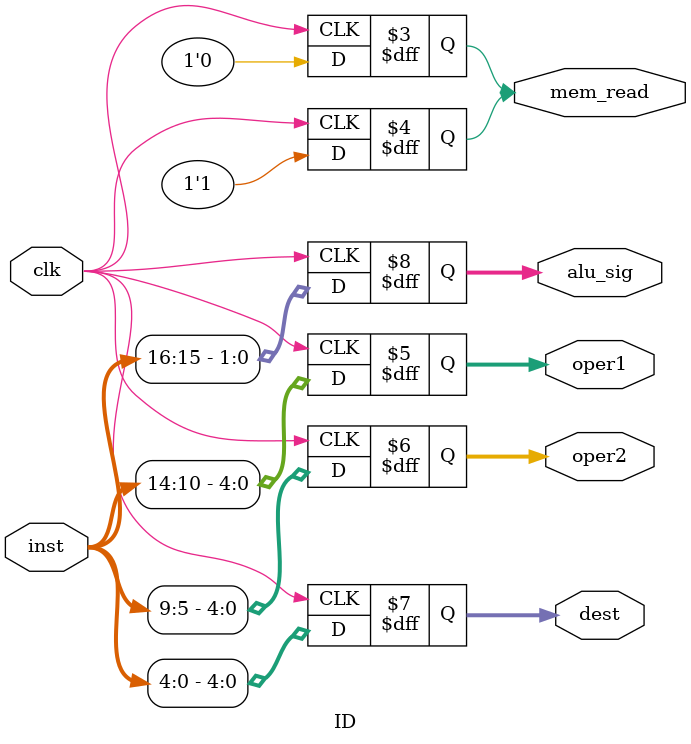
<source format=v>
module ID (clk,
           inst,
           oper1,
           oper2,
           dest,
           alu_sig,
           mem_read);
    
    parameter INST_LEN  = 17;
    parameter WORD_SIZE = 32;
    parameter MEM_SIZE  = 32;
    parameter ADDR_LEN  = 5;
    
    input clk;
    input [INST_LEN-1:0] inst;
    output reg mem_read;
    output reg [ADDR_LEN-1:0] oper1, oper2, dest;
    output reg [1:0] alu_sig;
    
    always @(posedge clk) begin
        alu_sig  <= inst[INST_LEN-1 : INST_LEN-2];
        oper1    <= inst[3*ADDR_LEN-1 : 2*ADDR_LEN];
        oper2    <= inst[2*ADDR_LEN-1 : ADDR_LEN];
        dest     <= inst[ADDR_LEN-1 : 0];
        mem_read <= 1;
    end
    
    always @(negedge clk) begin
        mem_read <= 0;
    end
    
endmodule

</source>
